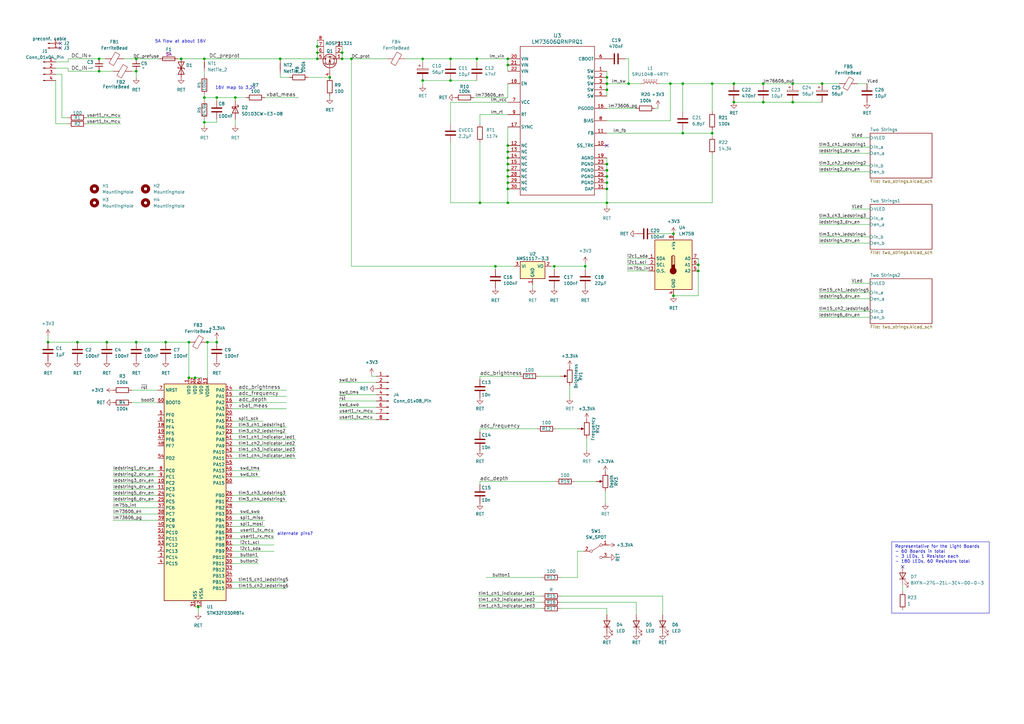
<source format=kicad_sch>
(kicad_sch (version 20230121) (generator eeschema)
  (paper "A3")
  (title_block (title "Waberinator") (date "2018-09-20") (rev "2") (company "Gras7 Labs"))
  (junction (at 83.82 24.13))
  (junction (at 248.92 74.93))
  (junction (at 130.175 19.05))
  (junction (at 280.035 54.61))
  (junction (at 55.88 29.21))
  (junction (at 81.28 248.92))
  (junction (at 77.47 154.94))
  (junction (at 248.92 69.85))
  (junction (at 208.28 72.39))
  (junction (at 208.28 26.67))
  (junction (at 31.75 140.335))
  (junction (at 173.355 24.13))
  (junction (at 208.28 67.31))
  (junction (at 130.175 21.59))
  (junction (at 313.055 41.91))
  (junction (at 300.99 41.91))
  (junction (at 325.12 34.29))
  (junction (at 135.255 31.75))
  (junction (at 286.385 111.125))
  (junction (at 286.385 108.585))
  (junction (at 43.815 140.335))
  (junction (at 19.685 140.335))
  (junction (at 208.28 62.23))
  (junction (at 325.12 41.91))
  (junction (at 292.1 34.29))
  (junction (at 292.1 54.61))
  (junction (at 88.9 140.335))
  (junction (at 196.85 83.185))
  (junction (at 140.335 21.59))
  (junction (at 140.335 24.13))
  (junction (at 337.185 34.29))
  (junction (at 144.145 24.13))
  (junction (at 40.64 29.21))
  (junction (at 67.945 140.335))
  (junction (at 208.28 74.93))
  (junction (at 248.92 72.39))
  (junction (at 40.64 24.13))
  (junction (at 248.92 34.29))
  (junction (at 74.295 24.13))
  (junction (at 77.47 140.335))
  (junction (at 55.88 140.335))
  (junction (at 248.92 31.75))
  (junction (at 208.28 59.69))
  (junction (at 208.28 24.13))
  (junction (at 280.035 34.29))
  (junction (at 85.09 140.335))
  (junction (at 55.88 24.13))
  (junction (at 240.03 109.22))
  (junction (at 208.28 83.185))
  (junction (at 227.33 109.22))
  (junction (at 80.01 154.94))
  (junction (at 257.81 34.29))
  (junction (at 173.355 33.02))
  (junction (at 195.58 24.13))
  (junction (at 248.92 36.83))
  (junction (at 184.785 24.13))
  (junction (at 83.82 40.005))
  (junction (at 248.92 83.185))
  (junction (at 184.785 33.02))
  (junction (at 300.99 34.29))
  (junction (at 208.28 77.47))
  (junction (at 208.28 69.85))
  (junction (at 276.225 95.885))
  (junction (at 274.955 34.29))
  (junction (at 276.225 121.285))
  (junction (at 208.28 64.77))
  (junction (at 96.52 40.005))
  (junction (at 83.82 50.165))
  (junction (at 248.92 77.47))
  (junction (at 130.175 24.13))
  (junction (at 88.9 40.005))
  (junction (at 248.92 67.31))
  (junction (at 313.055 34.29))
  (junction (at 114.935 24.13))
  (junction (at 203.2 109.22))
  (no_connect (at 24.765 17.78))
  (no_connect (at 24.765 19.685))
  (no_connect (at 370.205 232.41))
  (no_connect (at 248.92 59.69))
  (wire (pts (xy 208.28 46.99) (xy 196.85 46.99)))
  (wire (pts (xy 292.1 54.61) (xy 292.1 55.88)))
  (wire (pts (xy 114.935 24.13) (xy 114.935 24.765)))
  (wire (pts (xy 196.215 244.475) (xy 222.25 244.475)))
  (wire (pts (xy 95.25 165.1) (xy 117.475 165.1)))
  (wire (pts (xy 83.82 40.005) (xy 83.82 38.735)))
  (wire (pts (xy 83.82 29.21) (xy 83.82 31.115)))
  (wire (pts (xy 203.2 109.22) (xy 203.2 110.49)))
  (wire (pts (xy 184.785 24.13) (xy 184.785 25.4)))
  (wire (pts (xy 53.975 165.1) (xy 64.77 165.1)))
  (wire (pts (xy 67.945 140.335) (xy 55.88 140.335)))
  (wire (pts (xy 335.915 99.695) (xy 356.87 99.695)))
  (wire (pts (xy 46.355 208.28) (xy 64.77 208.28)))
  (wire (pts (xy 335.915 120.015) (xy 356.87 120.015)))
  (wire (pts (xy 248.285 201.295) (xy 248.285 206.375)))
  (wire (pts (xy 196.85 83.185) (xy 184.785 83.185)))
  (wire (pts (xy 126.365 31.75) (xy 135.255 31.75)))
  (wire (pts (xy 257.175 108.585) (xy 266.065 108.585)))
  (wire (pts (xy 95.25 210.82) (xy 106.68 210.82)))
  (wire (pts (xy 274.955 34.29) (xy 280.035 34.29)))
  (wire (pts (xy 139.065 172.085) (xy 154.305 172.085)))
  (wire (pts (xy 55.88 29.21) (xy 55.88 31.75)))
  (wire (pts (xy 208.28 77.47) (xy 208.28 83.185)))
  (wire (pts (xy 80.01 154.94) (xy 82.55 154.94)))
  (wire (pts (xy 77.47 140.335) (xy 67.945 140.335)))
  (wire (pts (xy 144.145 24.13) (xy 158.75 24.13)))
  (wire (pts (xy 83.82 40.005) (xy 88.9 40.005)))
  (wire (pts (xy 292.1 45.72) (xy 292.1 34.29)))
  (wire (pts (xy 257.81 24.13) (xy 257.81 34.29)))
  (wire (pts (xy 210.82 109.22) (xy 203.2 109.22)))
  (wire (pts (xy 95.25 160.02) (xy 117.475 160.02)))
  (wire (pts (xy 248.92 72.39) (xy 248.92 74.93)))
  (wire (pts (xy 325.12 41.91) (xy 337.185 41.91)))
  (wire (pts (xy 27.94 24.13) (xy 27.94 25.4)))
  (wire (pts (xy 130.175 19.05) (xy 130.175 21.59)))
  (wire (pts (xy 349.25 85.725) (xy 356.87 85.725)))
  (wire (pts (xy 95.25 223.52) (xy 112.395 223.52)))
  (wire (pts (xy 135.255 39.37) (xy 135.255 40.005)))
  (wire (pts (xy 208.28 40.005) (xy 208.28 34.29)))
  (wire (pts (xy 195.58 24.13) (xy 195.58 25.4)))
  (wire (pts (xy 46.355 198.12) (xy 64.77 198.12)))
  (wire (pts (xy 46.355 213.36) (xy 64.77 213.36)))
  (wire (pts (xy 95.25 195.58) (xy 106.68 195.58)))
  (wire (pts (xy 337.185 34.29) (xy 344.17 34.29)))
  (wire (pts (xy 95.25 213.36) (xy 108.585 213.36)))
  (wire (pts (xy 130.175 16.51) (xy 130.175 19.05)))
  (wire (pts (xy 208.28 64.77) (xy 208.28 67.31)))
  (wire (pts (xy 46.355 205.74) (xy 64.77 205.74)))
  (wire (pts (xy 50.8 24.13) (xy 55.88 24.13)))
  (wire (pts (xy 370.205 240.03) (xy 370.205 242.57)))
  (wire (pts (xy 46.355 29.21) (xy 40.64 29.21)))
  (wire (pts (xy 27.94 24.13) (xy 40.64 24.13)))
  (wire (pts (xy 248.92 54.61) (xy 280.035 54.61)))
  (wire (pts (xy 95.25 215.9) (xy 108.585 215.9)))
  (wire (pts (xy 292.1 34.29) (xy 300.99 34.29)))
  (wire (pts (xy 286.385 111.125) (xy 286.385 121.285)))
  (wire (pts (xy 96.52 40.005) (xy 100.965 40.005)))
  (wire (pts (xy 240.03 107.95) (xy 240.03 109.22)))
  (wire (pts (xy 269.875 44.45) (xy 268.605 44.45)))
  (wire (pts (xy 335.915 92.075) (xy 356.87 92.075)))
  (wire (pts (xy 270.51 34.29) (xy 274.955 34.29)))
  (wire (pts (xy 95.25 193.04) (xy 106.68 193.04)))
  (wire (pts (xy 196.85 46.99) (xy 196.85 50.8)))
  (wire (pts (xy 196.85 83.185) (xy 196.85 58.42)))
  (wire (pts (xy 74.295 24.13) (xy 83.82 24.13)))
  (wire (pts (xy 229.87 244.475) (xy 271.78 244.475)))
  (wire (pts (xy 236.855 226.06) (xy 239.395 226.06)))
  (wire (pts (xy 248.92 29.21) (xy 248.92 31.75)))
  (wire (pts (xy 22.86 50.8) (xy 22.86 33.02)))
  (wire (pts (xy 349.25 56.515) (xy 356.87 56.515)))
  (wire (pts (xy 196.85 198.755) (xy 196.85 197.485)))
  (wire (pts (xy 173.355 24.13) (xy 173.355 25.4)))
  (wire (pts (xy 31.75 140.335) (xy 19.685 140.335)))
  (wire (pts (xy 203.2 109.22) (xy 144.145 109.22)))
  (polyline (pts (xy 365.76 222.25) (xy 405.765 222.25)))
  (wire (pts (xy 95.25 180.34) (xy 121.285 180.34)))
  (wire (pts (xy 88.9 139.065) (xy 88.9 140.335)))
  (wire (pts (xy 130.175 21.59) (xy 130.175 24.13)))
  (wire (pts (xy 292.1 83.185) (xy 248.92 83.185)))
  (wire (pts (xy 173.355 33.02) (xy 173.355 34.925)))
  (wire (pts (xy 95.25 231.14) (xy 106.045 231.14)))
  (wire (pts (xy 53.975 29.21) (xy 55.88 29.21)))
  (wire (pts (xy 139.065 156.845) (xy 154.305 156.845)))
  (wire (pts (xy 208.28 29.21) (xy 208.28 26.67)))
  (wire (pts (xy 292.1 63.5) (xy 292.1 83.185)))
  (wire (pts (xy 46.355 193.04) (xy 64.77 193.04)))
  (wire (pts (xy 227.33 109.22) (xy 227.33 110.49)))
  (wire (pts (xy 25.4 30.48) (xy 25.4 48.26)))
  (wire (pts (xy 335.915 62.865) (xy 356.87 62.865)))
  (wire (pts (xy 240.03 110.49) (xy 240.03 109.22)))
  (wire (pts (xy 95.25 226.06) (xy 112.395 226.06)))
  (wire (pts (xy 55.88 140.335) (xy 43.815 140.335)))
  (wire (pts (xy 268.605 95.885) (xy 276.225 95.885)))
  (wire (pts (xy 300.99 41.91) (xy 313.055 41.91)))
  (wire (pts (xy 248.92 69.85) (xy 248.92 72.39)))
  (wire (pts (xy 95.25 167.64) (xy 117.475 167.64)))
  (wire (pts (xy 55.88 24.13) (xy 65.405 24.13)))
  (wire (pts (xy 53.975 160.02) (xy 64.77 160.02)))
  (wire (pts (xy 280.035 34.29) (xy 280.035 45.72)))
  (polyline (pts (xy 405.765 251.46) (xy 405.765 222.25)))
  (wire (pts (xy 88.9 41.275) (xy 88.9 40.005)))
  (wire (pts (xy 248.92 31.75) (xy 248.92 34.29)))
  (wire (pts (xy 271.78 244.475) (xy 271.78 252.095)))
  (wire (pts (xy 335.915 60.325) (xy 356.87 60.325)))
  (wire (pts (xy 229.87 249.555) (xy 248.92 249.555)))
  (wire (pts (xy 257.81 34.29) (xy 262.89 34.29)))
  (wire (pts (xy 286.385 106.045) (xy 286.385 108.585)))
  (wire (pts (xy 27.94 50.8) (xy 22.86 50.8)))
  (wire (pts (xy 227.33 109.22) (xy 240.03 109.22)))
  (wire (pts (xy 256.54 24.13) (xy 257.81 24.13)))
  (wire (pts (xy 95.25 175.26) (xy 117.475 175.26)))
  (wire (pts (xy 248.92 77.47) (xy 248.92 83.185)))
  (wire (pts (xy 196.85 175.895) (xy 220.345 175.895)))
  (wire (pts (xy 46.355 200.66) (xy 64.77 200.66)))
  (wire (pts (xy 95.25 187.96) (xy 121.285 187.96)))
  (wire (pts (xy 286.385 121.285) (xy 276.225 121.285)))
  (wire (pts (xy 25.4 48.26) (xy 27.94 48.26)))
  (wire (pts (xy 235.585 197.485) (xy 244.475 197.485)))
  (wire (pts (xy 95.25 205.74) (xy 117.475 205.74)))
  (wire (pts (xy 335.915 127.635) (xy 356.87 127.635)))
  (wire (pts (xy 95.25 220.98) (xy 112.395 220.98)))
  (wire (pts (xy 140.335 21.59) (xy 140.335 24.13)))
  (wire (pts (xy 248.92 64.77) (xy 248.92 67.31)))
  (wire (pts (xy 43.18 24.13) (xy 40.64 24.13)))
  (wire (pts (xy 85.09 140.335) (xy 88.9 140.335)))
  (wire (pts (xy 195.58 24.13) (xy 208.28 24.13)))
  (wire (pts (xy 208.28 69.85) (xy 208.28 72.39)))
  (wire (pts (xy 194.31 40.005) (xy 208.28 40.005)))
  (wire (pts (xy 95.25 241.3) (xy 117.475 241.3)))
  (wire (pts (xy 88.9 40.005) (xy 96.52 40.005)))
  (wire (pts (xy 226.06 109.22) (xy 227.33 109.22)))
  (wire (pts (xy 77.47 140.335) (xy 77.47 154.94)))
  (wire (pts (xy 83.82 24.13) (xy 114.935 24.13)))
  (wire (pts (xy 236.855 226.06) (xy 236.855 236.855)))
  (wire (pts (xy 85.09 154.94) (xy 85.09 140.335)))
  (wire (pts (xy 325.12 34.29) (xy 337.185 34.29)))
  (wire (pts (xy 173.355 33.02) (xy 184.785 33.02)))
  (wire (pts (xy 196.85 197.485) (xy 227.965 197.485)))
  (wire (pts (xy 140.335 19.05) (xy 140.335 21.59)))
  (wire (pts (xy 248.92 83.185) (xy 248.92 84.455)))
  (wire (pts (xy 260.985 247.015) (xy 260.985 252.095)))
  (wire (pts (xy 95.25 182.88) (xy 121.285 182.88)))
  (wire (pts (xy 152.4 153.67) (xy 152.4 154.305)))
  (wire (pts (xy 95.25 238.76) (xy 117.475 238.76)))
  (wire (pts (xy 139.065 161.925) (xy 154.305 161.925)))
  (wire (pts (xy 184.785 33.02) (xy 195.58 33.02)))
  (wire (pts (xy 220.98 154.305) (xy 229.87 154.305)))
  (wire (pts (xy 88.9 50.165) (xy 88.9 48.895)))
  (wire (pts (xy 335.915 70.485) (xy 356.87 70.485)))
  (wire (pts (xy 208.28 74.93) (xy 208.28 77.47)))
  (wire (pts (xy 233.68 158.115) (xy 233.68 163.195)))
  (wire (pts (xy 184.785 24.13) (xy 195.58 24.13)))
  (wire (pts (xy 208.28 67.31) (xy 208.28 69.85)))
  (wire (pts (xy 286.385 108.585) (xy 286.385 111.125)))
  (wire (pts (xy 229.87 247.015) (xy 260.985 247.015)))
  (wire (pts (xy 35.56 48.26) (xy 49.53 48.26)))
  (wire (pts (xy 349.25 116.205) (xy 356.87 116.205)))
  (wire (pts (xy 248.92 34.29) (xy 248.92 36.83)))
  (wire (pts (xy 280.035 53.34) (xy 280.035 54.61)))
  (wire (pts (xy 300.99 34.29) (xy 313.055 34.29)))
  (wire (pts (xy 335.915 67.945) (xy 356.87 67.945)))
  (wire (pts (xy 77.47 154.94) (xy 80.01 154.94)))
  (wire (pts (xy 22.86 25.4) (xy 27.94 25.4)))
  (wire (pts (xy 248.92 67.31) (xy 248.92 69.85)))
  (wire (pts (xy 95.25 172.72) (xy 107.95 172.72)))
  (wire (pts (xy 144.145 109.22) (xy 144.145 24.13)))
  (wire (pts (xy 248.92 83.185) (xy 208.28 83.185)))
  (wire (pts (xy 208.28 83.185) (xy 196.85 83.185)))
  (wire (pts (xy 240.665 179.705) (xy 240.665 184.785)))
  (wire (pts (xy 313.055 34.29) (xy 325.12 34.29)))
  (wire (pts (xy 114.935 31.75) (xy 114.935 29.845)))
  (wire (pts (xy 108.585 40.005) (xy 122.555 40.005)))
  (wire (pts (xy 46.355 210.82) (xy 64.77 210.82)))
  (wire (pts (xy 80.01 248.92) (xy 81.28 248.92)))
  (wire (pts (xy 118.745 31.75) (xy 114.935 31.75)))
  (wire (pts (xy 196.215 247.015) (xy 222.25 247.015)))
  (wire (pts (xy 27.94 27.94) (xy 27.94 29.21)))
  (wire (pts (xy 73.025 24.13) (xy 74.295 24.13)))
  (wire (pts (xy 274.955 49.53) (xy 274.955 34.29)))
  (wire (pts (xy 43.815 140.335) (xy 31.75 140.335)))
  (wire (pts (xy 208.28 26.67) (xy 208.28 24.13)))
  (wire (pts (xy 152.4 154.305) (xy 154.305 154.305)))
  (wire (pts (xy 35.56 50.8) (xy 49.53 50.8)))
  (wire (pts (xy 95.25 162.56) (xy 117.475 162.56)))
  (wire (pts (xy 196.85 177.165) (xy 196.85 175.895)))
  (wire (pts (xy 248.92 249.555) (xy 248.92 252.095)))
  (wire (pts (xy 248.92 36.83) (xy 248.92 39.37)))
  (wire (pts (xy 335.915 122.555) (xy 356.87 122.555)))
  (wire (pts (xy 83.82 51.435) (xy 83.82 50.165)))
  (wire (pts (xy 139.065 167.005) (xy 154.305 167.005)))
  (wire (pts (xy 184.785 41.91) (xy 184.785 50.8)))
  (wire (pts (xy 139.065 164.465) (xy 154.305 164.465)))
  (wire (pts (xy 351.79 34.29) (xy 355.6 34.29)))
  (wire (pts (xy 218.44 118.11) (xy 218.44 116.84)))
  (wire (pts (xy 227.965 175.895) (xy 236.855 175.895)))
  (wire (pts (xy 208.28 41.91) (xy 184.785 41.91)))
  (wire (pts (xy 208.28 62.23) (xy 208.28 64.77)))
  (wire (pts (xy 269.875 43.815) (xy 269.875 44.45)))
  (wire (pts (xy 83.82 50.165) (xy 83.82 48.895)))
  (wire (pts (xy 46.355 195.58) (xy 64.77 195.58)))
  (wire (pts (xy 208.28 52.07) (xy 208.28 59.69)))
  (wire (pts (xy 196.85 154.305) (xy 213.36 154.305)))
  (wire (pts (xy 292.1 34.29) (xy 280.035 34.29)))
  (wire (pts (xy 83.82 50.165) (xy 88.9 50.165)))
  (wire (pts (xy 196.85 155.575) (xy 196.85 154.305)))
  (wire (pts (xy 236.855 236.855) (xy 229.87 236.855)))
  (wire (pts (xy 173.355 24.13) (xy 184.785 24.13)))
  (wire (pts (xy 96.52 40.005) (xy 96.52 41.275)))
  (wire (pts (xy 208.28 72.39) (xy 208.28 74.93)))
  (wire (pts (xy 313.055 41.91) (xy 325.12 41.91)))
  (wire (pts (xy 335.915 130.175) (xy 356.87 130.175)))
  (wire (pts (xy 95.25 203.2) (xy 117.475 203.2)))
  (wire (pts (xy 222.25 236.855) (xy 199.39 236.855)))
  (wire (pts (xy 22.86 27.94) (xy 27.94 27.94)))
  (wire (pts (xy 292.1 54.61) (xy 292.1 53.34)))
  (wire (pts (xy 335.915 97.155) (xy 356.87 97.155)))
  (wire (pts (xy 257.175 111.125) (xy 266.065 111.125)))
  (wire (pts (xy 19.685 137.795) (xy 19.685 140.335)))
  (wire (pts (xy 95.25 228.6) (xy 106.045 228.6)))
  (wire (pts (xy 140.335 24.13) (xy 144.145 24.13)))
  (wire (pts (xy 46.355 203.2) (xy 64.77 203.2)))
  (wire (pts (xy 95.25 185.42) (xy 121.285 185.42)))
  (wire (pts (xy 280.035 54.61) (xy 292.1 54.61)))
  (wire (pts (xy 95.25 218.44) (xy 112.395 218.44)))
  (wire (pts (xy 248.92 34.29) (xy 257.81 34.29)))
  (wire (pts (xy 166.37 24.13) (xy 173.355 24.13)))
  (wire (pts (xy 196.215 249.555) (xy 222.25 249.555)))
  (wire (pts (xy 248.92 74.93) (xy 248.92 77.47)))
  (polyline (pts (xy 365.76 222.25) (xy 365.76 251.46)))
  (wire (pts (xy 139.065 169.545) (xy 154.305 169.545)))
  (wire (pts (xy 114.935 24.13) (xy 130.175 24.13)))
  (wire (pts (xy 184.785 83.185) (xy 184.785 58.42)))
  (wire (pts (xy 208.28 59.69) (xy 208.28 62.23)))
  (wire (pts (xy 22.86 30.48) (xy 25.4 30.48)))
  (wire (pts (xy 27.94 29.21) (xy 40.64 29.21)))
  (wire (pts (xy 257.175 106.045) (xy 266.065 106.045)))
  (polyline (pts (xy 365.76 251.46) (xy 405.765 251.46)))
  (wire (pts (xy 248.92 49.53) (xy 274.955 49.53)))
  (wire (pts (xy 81.28 248.92) (xy 82.55 248.92)))
  (wire (pts (xy 81.28 248.92) (xy 81.28 251.46)))
  (wire (pts (xy 248.92 44.45) (xy 260.985 44.45)))
  (wire (pts (xy 83.82 41.275) (xy 83.82 40.005)))
  (wire (pts (xy 335.915 89.535) (xy 356.87 89.535)))
  (wire (pts (xy 95.25 177.8) (xy 117.475 177.8)))
  (wire (pts (xy 96.52 48.895) (xy 96.52 51.435)))
  (text "5A flow at about 16V" (at 63.5 17.78 0) (effects (font (size 1.27 1.27)) (justify left bottom)))
  (text "Representative for the Light Boards\n- 60 Boards in total\n- 3 LEDs, 1 Resistor each\n- 180 LEDs, 60 Resistors total" (at 367.03 231.14 0) (effects (font (size 1.27 1.27)) (justify left bottom)))
  (text "16V map to 3,2V" (at 88.265 36.83 0) (effects (font (size 1.27 1.27)) (justify left bottom)))
  (text "alternate pins?" (at 113.665 219.71 0) (effects (font (size 1.27 1.27)) (justify left bottom)))
  (label "tim15_ch2_ledstring6" (at 97.79 241.3 0))
  (label "swd_swo" (at 98.425 210.82 0))
  (label "ledstring3_drv_en" (at 335.915 92.075 0))
  (label "tim1_ch3_indicator_led3" (at 196.215 249.555 0))
  (label "usart1_rx_mcu" (at 98.425 220.98 0))
  (label "tim1_ch1_indicator_led1" (at 196.215 244.475 0))
  (label "lm75b_int" (at 257.175 111.125 0))
  (label "usart1_tx_mcu" (at 98.425 218.44 0))
  (label "tim1_ch2_indicator_led2" (at 196.215 247.015 0))
  (label "ledstring2_drv_en" (at 46.355 195.58 0))
  (label "tim1_ch4_indicator_led4" (at 97.79 187.96 0))
  (label "lm_vin" (at 200.66 24.13 0))
  (label "adc_brightness" (at 97.79 160.02 0) (effects (font (size 1.524 1.524))))
  (label "vbat_meas" (at 109.22 40.005 0) (effects (font (size 1.524 1.524))))
  (label "lm_rt" (at 201.295 46.99 0))
  (label "lm76606_out" (at 313.055 34.29 0))
  (label "i2c1_scl" (at 98.425 223.52 0))
  (label "DC_IN+" (at 29.21 24.13 0) (effects (font (size 1.524 1.524))))
  (label "tim3_ch2_ledstring2" (at 97.79 177.8 0))
  (label "ledstring5_drv_en" (at 335.915 122.555 0))
  (label "usart1_tx_mcu" (at 139.065 172.085 0))
  (label "DC_prot" (at 144.145 24.13 0))
  (label "swd_tms" (at 139.065 161.925 0))
  (label "usart1_rx_mcu" (at 139.065 169.545 0))
  (label "swd_swo" (at 139.065 167.005 0))
  (label "ledstring1_drv_en" (at 335.915 62.865 0))
  (label "boot0" (at 57.785 165.1 0))
  (label "adc_depth" (at 97.79 165.1 0) (effects (font (size 1.524 1.524))))
  (label "lm_sw" (at 250.825 34.29 0))
  (label "lm73606_pg" (at 46.355 213.36 0))
  (label "tim3_ch1_ledstring1" (at 97.79 175.26 0))
  (label "DC_preprot" (at 85.725 24.13 0) (effects (font (size 1.524 1.524))))
  (label "adc_frequency" (at 196.85 175.895 0) (effects (font (size 1.524 1.524))))
  (label "VLed" (at 349.25 116.205 0))
  (label "lm75b_int" (at 46.355 208.28 0))
  (label "DC_prefuse" (at 54.61 24.13 0))
  (label "ledstring4_drv_en" (at 335.915 99.695 0))
  (label "tim3_ch3_ledstring3" (at 335.915 89.535 0))
  (label "lm73606_en" (at 194.945 40.005 0))
  (label "i2c1_sda" (at 98.425 226.06 0))
  (label "swd_tck" (at 98.425 195.58 0))
  (label "lm_vcc" (at 201.295 41.91 0))
  (label "tim1_ch1_indicator_led1" (at 97.79 180.34 0))
  (label "button1" (at 98.425 228.6 0))
  (label "~{rst}" (at 57.785 160.02 0))
  (label "i2c1_sda" (at 257.175 106.045 0))
  (label "lm73606_en" (at 46.355 210.82 0))
  (label "ledstring3_drv_en" (at 46.355 198.12 0))
  (label "tim15_ch1_ledstring5" (at 335.915 120.015 0))
  (label "adc_frequency" (at 97.79 162.56 0) (effects (font (size 1.524 1.524))))
  (label "ledstring2_drv_en" (at 335.915 70.485 0))
  (label "swd_tck" (at 139.065 156.845 0))
  (label "tim3_ch2_ledstring2" (at 335.915 67.945 0))
  (label "adc_brightness" (at 196.85 154.305 0) (effects (font (size 1.524 1.524))))
  (label "tim3_ch4_ledstring4" (at 335.915 97.155 0))
  (label "button1" (at 201.93 236.855 0))
  (label "adc_depth" (at 196.85 197.485 0) (effects (font (size 1.524 1.524))))
  (label "lm_fb" (at 251.46 54.61 0))
  (label "ledstring6_drv_en" (at 46.355 205.74 0))
  (label "spi1_miso" (at 98.425 213.36 0))
  (label "VLed" (at 355.6 34.29 0))
  (label "swd_tms" (at 98.425 193.04 0))
  (label "ledstring1_drv_en" (at 46.355 193.04 0))
  (label "tim15_ch2_ledstring6" (at 335.915 127.635 0))
  (label "i2c1_scl" (at 257.175 108.585 0))
  (label "tim3_ch3_ledstring3" (at 97.79 203.2 0))
  (label "VLed" (at 349.25 85.725 0))
  (label "tim1_ch3_indicator_led3" (at 97.79 185.42 0))
  (label "ledstring6_drv_en" (at 335.915 130.175 0))
  (label "tim1_ch2_indicator_led2" (at 97.79 182.88 0))
  (label "spi1_mosi" (at 98.425 215.9 0))
  (label "ledstring5_drv_en" (at 46.355 203.2 0))
  (label "tim3_ch4_ledstring4" (at 97.79 205.74 0))
  (label "lm73606_pg" (at 249.555 44.45 0))
  (label "usart1_rx_mcu" (at 35.56 48.26 0))
  (label "VLed" (at 349.25 56.515 0))
  (label "button2" (at 98.425 231.14 0))
  (label "~{rst}" (at 139.065 164.465 0))
  (label "tim15_ch1_ledstring5" (at 97.79 238.76 0))
  (label "usart1_tx_mcu" (at 35.56 50.8 0))
  (label "tim3_ch1_ledstring1" (at 335.915 60.325 0))
  (label "DC_IN-" (at 29.21 29.21 0) (effects (font (size 1.524 1.524))))
  (label "ledstring4_drv_en" (at 46.355 200.66 0))
  (label "spi1_sck" (at 97.79 172.72 0))
  (label "vbat_meas" (at 97.79 167.64 0) (effects (font (size 1.524 1.524))))
  (symbol (lib_id "Waberinator_rev1-rescue:POT") (at 240.665 175.895 0) (mirror y) (unit 1)
    (property "Reference" "RV2" (at 245.11 175.895 90))
    (property "Value" "Frequency" (at 243.205 175.895 90))
    (property "Footprint" "g7_hmi:poti_3310C-025-103L" (effects hide))
    (property "Datasheet" "https://www.bourns.com/docs/Product-Datasheets/3310.pdf" (effects hide))
    (property "Digikey" "118-3310C-025-103L-ND" (effects hide))
  )
  (symbol (lib_id "Waberinator_rev1-rescue:POT") (at 248.285 197.485 0) (mirror y) (unit 1)
    (property "Reference" "RV3" (at 252.73 197.485 90))
    (property "Value" "Depth" (at 250.825 197.485 90))
    (property "Footprint" "g7_hmi:poti_3310C-025-103L" (effects hide))
    (property "Datasheet" "https://www.bourns.com/docs/Product-Datasheets/3310.pdf" (effects hide))
    (property "Digikey" "118-3310C-025-103L-ND" (effects hide))
  )
  (symbol (lib_id "Waberinator_rev1-rescue:C") (at 196.85 202.565 0) (unit 1)
    (property "Reference" "C15" (at 197.485 200.025 0) (effects (justify left)))
    (property "Value" "10n" (at 197.485 205.105 0) (effects (justify left)))
    (property "Footprint" "Capacitor_SMD:C_0603_1608Metric_Pad1.08x0.95mm_HandSolder" (effects hide))
  )
  (symbol (lib_id "Waberinator_rev1-rescue:C") (at 196.85 180.975 0) (unit 1)
    (property "Reference" "C14" (at 197.485 178.435 0) (effects (justify left)))
    (property "Value" "10n" (at 197.485 183.515 0) (effects (justify left)))
    (property "Footprint" "Capacitor_SMD:C_0603_1608Metric_Pad1.08x0.95mm_HandSolder" (effects hide))
  )
  (symbol (lib_id "Device:C") (at 280.035 49.53 0) (unit 1)
    (property "Reference" "C21" (at 283.845 48.26 0) (effects (justify left)))
    (property "Value" "6.8pF" (at 283.845 50.8 0) (effects (justify left)))
    (property "Footprint" "Capacitor_SMD:C_0603_1608Metric_Pad1.08x0.95mm_HandSolder" (effects hide))
  )
  (symbol (lib_id "Device:C_Small") (at 40.64 26.67 0) (mirror x) (unit 1)
    (property "Reference" "C3" (at 38.3286 25.5016 0) (effects (justify right)))
    (property "Value" "~" (at 38.3286 27.813 0) (effects (justify right)))
    (property "Footprint" "Capacitor_SMD:C_0603_1608Metric_Pad1.08x0.95mm_HandSolder" (effects hide))
    (property "SPN" "732-7672-1-ND " (effects hide))
  )
  (symbol (lib_id "g7_power_symbols:RET") (at 173.355 34.925 0) (unit 1)
    (property "Reference" "#PWR019" (effects hide))
    (property "Value" "RET" (at 173.355 39.37 0))
  )
  (symbol (lib_id "g7_power_symbols:RET") (at 55.88 147.955 0) (unit 1)
    (property "Reference" "#PWR08" (effects hide))
    (property "Value" "RET" (at 55.88 153.035 0))
  )
  (symbol (lib_id "Connector:Conn_01x01_Pin") (at 19.685 17.78 0) (unit 1) (on_board no)
    (property "Reference" "J2" (at 27.305 17.78 0))
    (property "Value" "preconf. cable" (at 20.32 15.875 0))
    (property "Datasheet" "https://mm.digikey.com/Volume0/opasdata/d220001/medias/common/5381/JST.Suffix.Prefix.chart.06.01.23.docx" (effects hide))
    (property "Digikey" "455-3241-ND" (effects hide))
  )
  (symbol (lib_id "Device:C") (at 88.9 144.145 0) (unit 1)
    (property "Reference" "C9" (at 92.075 143.51 0) (effects (justify left)))
    (property "Value" "100nF" (at 92.075 146.05 0) (effects (justify left)))
    (property "Footprint" "Capacitor_SMD:C_0603_1608Metric_Pad1.08x0.95mm_HandSolder" (effects hide))
  )
  (symbol (lib_id "Device:D_Schottky") (at 96.52 45.085 270) (unit 1)
    (property "Reference" "D2" (at 99.06 44.1325 90) (effects (justify left)))
    (property "Value" "SD103CW-E3-08" (at 99.06 46.6725 90) (effects (justify left)))
    (property "Footprint" "Diode_SMD:D_SOD-123" (effects hide))
    (property "MPN" "SD103CW-E3-08" (effects hide))
  )
  (symbol (lib_id "g7_power_symbols:RET") (at 67.945 147.955 0) (unit 1)
    (property "Reference" "#PWR09" (effects hide))
    (property "Value" "RET" (at 67.945 153.035 0))
  )
  (symbol (lib_id "Waberinator_rev1-rescue:C") (at 88.9 45.085 0) (unit 1)
    (property "Reference" "C8" (at 89.535 42.545 0) (effects (justify left)))
    (property "Value" "100nF" (at 89.535 47.625 0) (effects (justify left)))
    (property "Footprint" "Capacitor_SMD:C_0603_1608Metric_Pad1.08x0.95mm_HandSolder" (effects hide))
  )
  (symbol (lib_id "g7_power_symbols:RET") (at 300.99 41.91 0) (unit 1)
    (property "Reference" "#PWR048" (effects hide))
    (property "Value" "RET" (at 300.99 46.355 0))
  )
  (symbol (lib_id "Device:C_Polarized") (at 337.185 38.1 0) (unit 1)
    (property "Reference" "C25" (at 340.995 35.941 0) (effects (justify left)))
    (property "Value" "56µF" (at 340.995 38.481 0) (effects (justify left)))
    (property "Footprint" "Capacitor_SMD:C_Elec_5x5.8" (effects hide))
    (property "Datasheet" "https://industrial.panasonic.com/ww/products/pt/os-con/models/20SVPF56MX" (effects hide))
    (property "Digikey" "P16502CT-ND" (effects hide))
  )
  (symbol (lib_id "g7_power_symbols:RET") (at 260.985 95.885 270) (unit 1)
    (property "Reference" "#PWR042" (effects hide))
    (property "Value" "RET" (at 257.81 95.885 90) (effects (justify right)))
  )
  (symbol (lib_id "Device:R") (at 292.1 59.69 0) (unit 1)
    (property "Reference" "R22" (at 294.64 58.42 0) (effects (justify left)))
    (property "Value" "14.3k" (at 294.64 60.96 0) (effects (justify left)))
    (property "Footprint" "Resistor_SMD:R_0603_1608Metric_Pad0.98x0.95mm_HandSolder" (effects hide))
  )
  (symbol (lib_id "g7_power_symbols:RET") (at 19.685 147.955 0) (unit 1)
    (property "Reference" "#PWR02" (effects hide))
    (property "Value" "RET" (at 19.685 153.035 0))
  )
  (symbol (lib_id "g7_power_symbols:RET") (at 271.78 259.715 0) (unit 1)
    (property "Reference" "#PWR045" (effects hide))
    (property "Value" "RET" (at 271.78 263.525 0))
  )
  (symbol (lib_id "Mechanical:MountingHole") (at 59.69 83.185 0) (unit 1)
    (property "Reference" "H4" (at 62.865 81.915 0) (effects (justify left)))
    (property "Value" "MountingHole" (at 62.865 84.455 0) (effects (justify left)))
    (property "Footprint" "MountingHole:MountingHole_3.2mm_M3_DIN965" (effects hide))
  )
  (symbol (lib_id "power:+3.3VA") (at 240.665 172.085 0) (unit 1)
    (property "Reference" "#PWR032" (effects hide))
    (property "Value" "+3.3VA" (at 240.665 167.64 0))
  )
  (symbol (lib_id "Device:R") (at 224.155 175.895 90) (unit 1)
    (property "Reference" "R12" (at 224.155 175.895 90))
    (property "Value" "100" (at 224.155 173.355 90))
    (property "Footprint" "Resistor_SMD:R_0603_1608Metric_Pad0.98x0.95mm_HandSolder" (effects hide))
  )
  (symbol (lib_id "power:+3V3") (at 46.355 160.02 90) (unit 1)
    (property "Reference" "#PWR05" (effects hide))
    (property "Value" "+3V3" (at 42.545 160.02 90) (effects (justify left)))
  )
  (symbol (lib_id "Device:R") (at 226.06 236.855 90) (unit 1)
    (property "Reference" "R13" (at 226.06 236.855 90))
    (property "Value" "100" (at 226.06 234.315 90))
    (property "Footprint" "Resistor_SMD:R_0603_1608Metric_Pad0.98x0.95mm_HandSolder" (effects hide))
  )
  (symbol (lib_id "Waberinator_rev1-rescue:R") (at 83.82 34.925 180) (unit 1)
    (property "Reference" "R5" (at 81.788 34.925 90))
    (property "Value" "100k" (at 83.82 34.925 90))
    (property "Footprint" "Resistor_SMD:R_0603_1608Metric_Pad0.98x0.95mm_HandSolder" (effects hide))
  )
  (symbol (lib_id "Device:R") (at 264.795 44.45 90) (unit 1)
    (property "Reference" "R20" (at 264.795 38.735 90))
    (property "Value" "100k" (at 264.795 41.275 90))
    (property "Footprint" "Resistor_SMD:R_0603_1608Metric_Pad0.98x0.95mm_HandSolder" (effects hide))
  )
  (symbol (lib_id "Device:C") (at 227.33 114.3 0) (unit 1)
    (property "Reference" "C17" (at 231.14 113.665 0) (effects (justify left)))
    (property "Value" "100nF" (at 231.14 116.205 0) (effects (justify left)))
    (property "Footprint" "Capacitor_SMD:C_0603_1608Metric_Pad1.08x0.95mm_HandSolder" (effects hide))
  )
  (symbol (lib_id "g7_power_symbols:RET") (at 43.815 147.955 0) (unit 1)
    (property "Reference" "#PWR04" (effects hide))
    (property "Value" "RET" (at 43.815 153.035 0))
  )
  (symbol (lib_id "Device:LED") (at 260.985 255.905 90) (unit 1)
    (property "Reference" "D5" (at 264.795 256.2225 90) (effects (justify right)))
    (property "Value" "LED" (at 264.795 258.7625 90) (effects (justify right)))
    (property "Footprint" "LED_THT:LED_D3.0mm_Horizontal_O1.27mm_Z2.0mm" (effects hide))
  )
  (symbol (lib_id "Device:FerriteBead") (at 81.28 140.335 90) (unit 1)
    (property "Reference" "FB3" (at 81.2292 133.35 90))
    (property "Value" "FerriteBead" (at 81.2292 135.89 90))
    (property "Footprint" "Capacitor_SMD:C_1210_3225Metric_Pad1.33x2.70mm_HandSolder" (effects hide))
  )
  (symbol (lib_id "Device:C") (at 43.815 144.145 0) (unit 1)
    (property "Reference" "C4" (at 46.99 143.51 0) (effects (justify left)))
    (property "Value" "100nF" (at 46.99 146.05 0) (effects (justify left)))
    (property "Footprint" "Capacitor_SMD:C_0603_1608Metric_Pad1.08x0.95mm_HandSolder" (effects hide))
  )
  (symbol (lib_id "g7_power_symbols:RET") (at 260.985 259.715 0) (unit 1)
    (property "Reference" "#PWR043" (effects hide))
    (property "Value" "RET" (at 260.985 263.525 0))
  )
  (symbol (lib_id "Device:C") (at 19.685 144.145 0) (unit 1)
    (property "Reference" "C1" (at 22.86 142.875 0) (effects (justify left)))
    (property "Value" "1µF" (at 22.86 145.415 0) (effects (justify left)))
    (property "Footprint" "Capacitor_SMD:C_0603_1608Metric_Pad1.08x0.95mm_HandSolder" (effects hide))
  )
  (symbol (lib_id "Waberinator_rev1-rescue:R") (at 83.82 45.085 180) (unit 1)
    (property "Reference" "R6" (at 81.788 45.085 90))
    (property "Value" "24,9k" (at 83.82 45.085 90))
    (property "Footprint" "Resistor_SMD:R_0603_1608Metric_Pad0.98x0.95mm_HandSolder" (effects hide))
  )
  (symbol (lib_id "g7_power_symbols:RET") (at 196.85 163.195 0) (unit 1)
    (property "Reference" "#PWR021" (effects hide))
    (property "Value" "RET" (at 196.85 167.64 0))
  )
  (symbol (lib_id "Mechanical:MountingHole") (at 38.735 83.185 0) (unit 1)
    (property "Reference" "H3" (at 41.91 81.915 0) (effects (justify left)))
    (property "Value" "MountingHole" (at 41.91 84.455 0) (effects (justify left)))
    (property "Footprint" "MountingHole:MountingHole_3.2mm_M3_DIN965" (effects hide))
  )
  (symbol (lib_id "Device:C") (at 184.785 29.21 0) (unit 1)
    (property "Reference" "C11" (at 187.96 27.94 0) (effects (justify left)))
    (property "Value" "10µF" (at 187.96 30.48 0) (effects (justify left)))
    (property "Footprint" "Capacitor_SMD:C_1210_3225Metric_Pad1.33x2.70mm_HandSolder" (effects hide))
  )
  (symbol (lib_id "Device:C") (at 355.6 38.1 0) (unit 1)
    (property "Reference" "C26" (at 358.775 36.83 0) (effects (justify left)))
    (property "Value" "10µF" (at 358.775 39.37 0) (effects (justify left)))
    (property "Footprint" "Capacitor_SMD:C_1210_3225Metric_Pad1.33x2.70mm_HandSolder" (effects hide))
  )
  (symbol (lib_id "Device:R") (at 196.85 54.61 180) (unit 1)
    (property "Reference" "RT1" (at 199.39 53.34 0) (effects (justify right)))
    (property "Value" "117k" (at 199.39 55.88 0) (effects (justify right)))
    (property "Footprint" "Resistor_SMD:R_0603_1608Metric_Pad0.98x0.95mm_HandSolder" (effects hide))
  )
  (symbol (lib_id "g7_power_symbols:RET") (at 135.255 40.005 0) (unit 1)
    (property "Reference" "#PWR016" (effects hide))
    (property "Value" "RET" (at 135.255 45.085 0))
  )
  (symbol (lib_id "Device:C") (at 313.055 38.1 0) (unit 1)
    (property "Reference" "C23" (at 316.23 36.83 0) (effects (justify left)))
    (property "Value" "10µF" (at 316.23 39.37 0) (effects (justify left)))
    (property "Footprint" "Capacitor_SMD:C_1210_3225Metric_Pad1.33x2.70mm_HandSolder" (effects hide))
  )
  (symbol (lib_id "Device:C_Small") (at 55.88 26.67 0) (unit 1)
    (property "Reference" "C5" (at 57.785 26.035 0) (effects (justify left)))
    (property "Value" "~" (at 58.2168 27.813 0) (effects (justify left)))
    (property "Footprint" "Capacitor_SMD:C_0603_1608Metric_Pad1.08x0.95mm_HandSolder" (effects hide))
    (property "digikey" "732-7672-1-ND " (effects hide))
  )
  (symbol (lib_id "g7_power_symbols:RET") (at 83.82 51.435 0) (unit 1)
    (property "Reference" "#PWR012" (effects hide))
    (property "Value" "RET" (at 83.82 56.515 0))
  )
  (symbol (lib_id "Device:R") (at 122.555 31.75 90) (unit 1)
    (property "Reference" "R8" (at 121.92 29.845 0) (effects (justify left)))
    (property "Value" "100k" (at 124.46 29.845 0) (effects (justify left)))
    (property "Footprint" "Resistor_SMD:R_0603_1608Metric_Pad0.98x0.95mm_HandSolder" (effects hide))
  )
  (symbol (lib_id "MCU_ST_STM32F0:STM32F030R8Tx") (at 80.01 203.2 0) (unit 1)
    (property "Reference" "U1" (at 84.7441 248.92 0) (effects (justify left)))
    (property "Value" "STM32F030R8Tx" (at 84.7441 251.46 0) (effects (justify left)))
    (property "Footprint" "Package_QFP:LQFP-64_10x10mm_P0.5mm" (effects hide))
    (property "Datasheet" "https://www.st.com/resource/en/datasheet/stm32f030r8.pdf" (effects hide))
  )
  (symbol (lib_id "g7_power_symbols:RET") (at 248.92 84.455 0) (unit 1)
    (property "Reference" "#PWR036" (effects hide))
    (property "Value" "RET" (at 248.92 89.535 0))
  )
  (symbol (lib_id "g7_power_symbols:RET") (at 218.44 118.11 0) (unit 1)
    (property "Reference" "#PWR025" (effects hide))
    (property "Value" "RET" (at 218.44 123.19 0))
  )
  (symbol (lib_id "Device:R") (at 231.775 197.485 90) (unit 1)
    (property "Reference" "R19" (at 231.775 197.485 90))
    (property "Value" "100" (at 231.775 194.945 90))
    (property "Footprint" "Resistor_SMD:R_0603_1608Metric_Pad0.98x0.95mm_HandSolder" (effects hide))
  )
  (symbol (lib_id "power:+3V3") (at 152.4 153.67 0) (unit 1)
    (property "Reference" "#PWR017" (effects hide))
    (property "Value" "+3V3" (at 152.4 148.59 0))
  )
  (symbol (lib_id "Device:R") (at 226.06 249.555 90) (unit 1)
    (property "Reference" "R17" (at 226.06 249.555 90))
    (property "Value" "R" (effects hide))
    (property "Footprint" "Resistor_SMD:R_0603_1608Metric_Pad0.98x0.95mm_HandSolder" (effects hide))
  )
  (symbol (lib_id "Switch:SW_SPDT") (at 244.475 226.06 0) (unit 1)
    (property "Reference" "SW1" (at 244.475 217.805 0))
    (property "Value" "SW_SPDT" (at 244.475 220.345 0))
    (property "Footprint" "g7_hmi:switch_800usp8p1a1m6re" (effects hide))
    (property "Datasheet" "https://spec_sheets.e-switch.com/specs/T850001.pdf" (effects hide))
    (property "Digikey" "EG5342-ND" (effects hide))
  )
  (symbol (lib_id "Waberinator_rev1-rescue:C") (at 264.795 95.885 270) (unit 1)
    (property "Reference" "C20" (at 266.7 94.615 90) (effects (justify left)))
    (property "Value" "100nF" (at 266.7 97.155 90) (effects (justify left)))
    (property "Footprint" "Capacitor_SMD:C_0603_1608Metric_Pad1.08x0.95mm_HandSolder" (effects hide))
  )
  (symbol (lib_id "Waberinator_rev1-rescue:POT") (at 233.68 154.305 0) (mirror y) (unit 1)
    (property "Reference" "RV1" (at 238.125 154.305 90))
    (property "Value" "Brightness" (at 236.22 154.305 90))
    (property "Footprint" "g7_hmi:poti_3310C-025-103L" (effects hide))
    (property "Datasheet" "https://www.bourns.com/docs/Product-Datasheets/3310.pdf" (effects hide))
    (property "Digikey" "118-3310C-025-103L-ND" (effects hide))
  )
  (symbol (lib_id "Device:C_Polarized") (at 173.355 29.21 0) (unit 1)
    (property "Reference" "C10" (at 177.165 27.051 0) (effects (justify left)))
    (property "Value" "56µF" (at 177.165 29.591 0) (effects (justify left)))
    (property "Footprint" "Capacitor_SMD:C_Elec_5x5.8" (effects hide))
    (property "Datasheet" "https://industrial.panasonic.com/ww/products/pt/os-con/models/20SVPF56MX" (effects hide))
    (property "Digikey" "P16502CT-ND" (effects hide))
  )
  (symbol (lib_id "Waberinator_rev1-rescue:C") (at 196.85 159.385 0) (unit 1)
    (property "Reference" "C13" (at 197.485 156.845 0) (effects (justify left)))
    (property "Value" "10n" (at 197.485 161.925 0) (effects (justify left)))
    (property "Footprint" "Capacitor_SMD:C_0603_1608Metric_Pad1.08x0.95mm_HandSolder" (effects hide))
  )
  (symbol (lib_id "g7_power_symbols:RET") (at 88.9 147.955 0) (unit 1)
    (property "Reference" "#PWR014" (effects hide))
    (property "Value" "RET" (at 88.9 153.035 0))
  )
  (symbol (lib_id "g7_power_symbols:RET") (at 248.92 259.715 0) (unit 1)
    (property "Reference" "#PWR037" (effects hide))
    (property "Value" "RET" (at 248.92 263.525 0))
  )
  (symbol (lib_id "g7_power_symbols:RET") (at 74.295 31.75 0) (unit 1)
    (property "Reference" "#PWR010" (effects hide))
    (property "Value" "RET" (at 74.295 36.83 0))
  )
  (symbol (lib_id "Device:C") (at 55.88 144.145 0) (unit 1)
    (property "Reference" "C6" (at 59.055 143.51 0) (effects (justify left)))
    (property "Value" "100nF" (at 59.055 146.05 0) (effects (justify left)))
    (property "Footprint" "Capacitor_SMD:C_0603_1608Metric_Pad1.08x0.95mm_HandSolder" (effects hide))
  )
  (symbol (lib_id "power:+3.3VA") (at 233.68 150.495 0) (unit 1)
    (property "Reference" "#PWR027" (effects hide))
    (property "Value" "+3.3VA" (at 233.68 146.05 0))
  )
  (symbol (lib_id "g7_power_symbols:RET") (at 248.285 206.375 0) (unit 1)
    (property "Reference" "#PWR035" (effects hide))
    (property "Value" "RET" (at 248.285 210.82 0))
  )
  (symbol (lib_id "power:+3V3") (at 240.03 107.95 0) (unit 1)
    (property "Reference" "#PWR030" (effects hide))
    (property "Value" "+3V3" (at 240.03 102.87 0))
  )
  (symbol (lib_id "Device:R") (at 370.205 246.38 0) (unit 1) (on_board no)
    (property "Reference" "R23" (at 372.11 245.11 0) (effects (justify left)))
    (property "Value" "1" (at 372.11 247.65 0) (effects (justify left)))
    (property "Footprint" "Resistor_SMD:R_0603_1608Metric_Pad0.98x0.95mm_HandSolder" (effects hide))
    (property "Datasheet" "https://www.seielect.com/catalog/sei-rmcf_rmcp.pdf" (effects hide))
    (property "Digikey" "RMCF1210JT1R00TR-ND" (effects hide))
  )
  (symbol (lib_id "2023-12-28_21-15-04:LM73606QRNPRQ1") (at 228.6 49.53 0) (unit 1)
    (property "Reference" "U3" (at 228.6 14.605 0) (effects (font (size 1.524 1.524))))
    (property "Value" "LM73606QRNPRQ1" (at 228.6 17.145 0) (effects (font (size 1.524 1.524))))
    (property "Footprint" "g7_ic:30-WFQFN-RNP0030A" (effects hide))
    (property "Datasheet" "https://www.ti.com/general/docs/suppproductinfo.tsp?distId=10&gotoUrl=https%3A%2F%2Fwww.ti.com%2Flit%2Fgpn%2Flm73605-q1" (effects hide))
    (property "Digikey" "296-49519-1-ND" (effects hide))
  )
  (symbol (lib_id "Device:NetTie_2") (at 83.82 26.67 90) (unit 1) (in_bom no)
    (property "Reference" "NT1" (at 85.09 26.035 90) (effects (justify right)))
    (property "Value" "NetTie_2" (at 85.09 28.575 90) (effects (justify right)))
    (property "Footprint" "NetTie:NetTie-2_SMD_Pad0.5mm" (effects hide))
  )
  (symbol (lib_id "Device:R") (at 226.06 244.475 90) (unit 1)
    (property "Reference" "R15" (at 226.06 244.475 90))
    (property "Value" "R" (at 226.06 241.935 90))
    (property "Footprint" "Resistor_SMD:R_0603_1608Metric_Pad0.98x0.95mm_HandSolder" (effects hide))
  )
  (symbol (lib_id "Device:R") (at 190.5 40.005 270) (unit 1)
    (property "Reference" "R10" (at 190.5 35.56 90))
    (property "Value" "100k" (at 190.5 37.465 90))
    (property "Footprint" "Resistor_SMD:R_0603_1608Metric_Pad0.98x0.95mm_HandSolder" (effects hide))
  )
  (symbol (lib_id "g7_power_symbols:RET") (at 249.555 228.6 90) (unit 1)
    (property "Reference" "#PWR039" (effects hide))
    (property "Value" "RET" (at 253.365 228.6 0))
  )
  (symbol (lib_id "Device:LED") (at 370.205 236.22 90) (unit 1) (on_board no)
    (property "Reference" "D7" (at 373.38 236.5375 90) (effects (justify right)))
    (property "Value" "BXFN-27G-21L-3C4-00-0-3" (at 373.38 239.0775 90) (effects (justify right)))
    (property "Datasheet" "https://www.bridgelux.com/sites/default/files/2023-10/ds503_smd_2835_0.2w_3v_65ma_cri90_bxfn-xxg-21l-3c4_data_sheet_rev_a_20210610.pdf" (effects hide))
    (property "Digikey" "976-BXFN-27G-21L-3C4-00-0-3CT-ND" (effects hide))
  )
  (symbol (lib_id "Device:R") (at 135.255 35.56 0) (unit 1)
    (property "Reference" "R9" (at 137.16 34.925 0) (effects (justify left)))
    (property "Value" "100" (at 137.16 37.465 0) (effects (justify left)))
    (property "Footprint" "Resistor_SMD:R_0603_1608Metric_Pad0.98x0.95mm_HandSolder" (effects hide))
  )
  (symbol (lib_id "g7_power_symbols:RET") (at 81.28 251.46 0) (unit 1)
    (property "Reference" "#PWR011" (effects hide))
    (property "Value" "RET" (at 81.28 256.54 0))
  )
  (symbol (lib_id "Device:R") (at 50.165 160.02 90) (unit 1)
    (property "Reference" "R3" (at 50.165 154.305 90))
    (property "Value" "100k" (at 50.165 156.845 90))
    (property "Footprint" "Resistor_SMD:R_0603_1608Metric_Pad0.98x0.95mm_HandSolder" (effects hide))
  )
  (symbol (lib_id "g7_power_symbols:RET") (at 233.68 163.195 0) (unit 1)
    (property "Reference" "#PWR028" (effects hide))
    (property "Value" "RET" (at 233.68 167.64 0))
  )
  (symbol (lib_id "g7_power_symbols:RET") (at 227.33 118.11 0) (unit 1)
    (property "Reference" "#PWR026" (effects hide))
    (property "Value" "RET" (at 227.33 123.19 0))
  )
  (symbol (lib_id "Sensor_Temperature:LM75B") (at 276.225 108.585 0) (unit 1)
    (property "Reference" "U4" (at 278.4191 93.345 0) (effects (justify left)))
    (property "Value" "LM75B" (at 278.4191 95.885 0) (effects (justify left)))
    (property "Footprint" "Package_SO:SOIC-8_3.9x4.9mm_P1.27mm" (effects hide))
    (property "Datasheet" "http://www.ti.com/lit/ds/symlink/lm75b.pdf" (effects hide))
    (property "Digikey" "568-4688-1-ND" (effects hide))
  )
  (symbol (lib_id "power:+3.3VA") (at 249.555 223.52 270) (unit 1)
    (property "Reference" "#PWR038" (effects hide))
    (property "Value" "+3.3VA" (at 252.73 223.52 90) (effects (justify left)))
  )
  (symbol (lib_name "AMS1117-3.3_1") (lib_id "Regulator_Linear:AMS1117-3.3") (at 218.44 109.22 0) (unit 1)
    (property "Reference" "U2" (at 218.44 104.14 0))
    (property "Value" "AMS1117-3.3" (at 218.44 106.045 0))
    (property "Footprint" "Package_TO_SOT_SMD:SOT-223-3_TabPin2" (effects hide))
    (property "Datasheet" "http://www.advanced-monolithic.com/pdf/ds1117.pdf" (effects hide))
  )
  (symbol (lib_id "Device:FerriteBead") (at 46.99 24.13 90) (unit 1)
    (property "Reference" "FB1" (at 46.9392 17.145 90))
    (property "Value" "FerriteBead" (at 46.9392 19.685 90))
    (property "Footprint" "Capacitor_SMD:C_1210_3225Metric_Pad1.33x2.70mm_HandSolder" (effects hide))
  )
  (symbol (lib_id "Device:R") (at 226.06 247.015 90) (unit 1)
    (property "Reference" "R16" (at 226.06 247.015 90))
    (property "Value" "R" (effects hide))
    (property "Footprint" "Resistor_SMD:R_0603_1608Metric_Pad0.98x0.95mm_HandSolder" (effects hide))
  )
  (symbol (lib_id "Device:R") (at 292.1 49.53 0) (unit 1)
    (property "Reference" "R21" (at 294.64 48.26 0) (effects (justify left)))
    (property "Value" "100k" (at 294.64 50.8 0) (effects (justify left)))
    (property "Footprint" "Resistor_SMD:R_0603_1608Metric_Pad0.98x0.95mm_HandSolder" (effects hide))
  )
  (symbol (lib_id "g7_power_symbols:RET") (at 96.52 51.435 0) (unit 1)
    (property "Reference" "#PWR015" (effects hide))
    (property "Value" "RET" (at 96.52 56.515 0))
  )
  (symbol (lib_id "g7_power_symbols:RET") (at 240.03 118.11 0) (unit 1)
    (property "Reference" "#PWR031" (effects hide))
    (property "Value" "RET" (at 240.03 123.19 0))
  )
  (symbol (lib_id "Device:FerriteBead") (at 162.56 24.13 90) (unit 1)
    (property "Reference" "FB4" (at 162.5092 17.145 90))
    (property "Value" "FerriteBead" (at 162.5092 19.685 90))
    (property "Footprint" "Capacitor_SMD:C_1210_3225Metric_Pad1.33x2.70mm_HandSolder" (effects hide))
  )
  (symbol (lib_id "Device:C") (at 31.75 144.145 0) (unit 1)
    (property "Reference" "C2" (at 34.925 143.51 0) (effects (justify left)))
    (property "Value" "100nF" (at 34.925 146.05 0) (effects (justify left)))
    (property "Footprint" "Capacitor_SMD:C_0603_1608Metric_Pad1.08x0.95mm_HandSolder" (effects hide))
  )
  (symbol (lib_id "power:+3.3VA") (at 248.285 193.675 0) (unit 1)
    (property "Reference" "#PWR034" (effects hide))
    (property "Value" "+3.3VA" (at 248.285 189.23 0))
  )
  (symbol (lib_id "power:+3.3VA") (at 88.9 139.065 0) (unit 1)
    (property "Reference" "#PWR013" (effects hide))
    (property "Value" "+3.3VA" (at 88.9 134.62 0))
  )
  (symbol (lib_id "Device:R") (at 31.75 48.26 90) (unit 1)
    (property "Reference" "R1" (at 31.75 48.26 90))
    (property "Value" "100" (at 31.75 46.355 90))
    (property "Footprint" "Resistor_SMD:R_0603_1608Metric_Pad0.98x0.95mm_HandSolder" (effects hide))
  )
  (symbol (lib_id "Device:C") (at 184.785 54.61 0) (unit 1)
    (property "Reference" "CVCC1" (at 187.96 53.34 0) (effects (justify left)))
    (property "Value" "2.2µF" (at 187.96 55.88 0) (effects (justify left)))
    (property "Footprint" "Capacitor_SMD:C_1210_3225Metric_Pad1.33x2.70mm_HandSolder" (effects hide))
  )
  (symbol (lib_id "g7_power_symbols:RET") (at 276.225 121.285 0) (unit 1)
    (property "Reference" "#PWR047" (effects hide))
    (property "Value" "RET" (at 276.225 126.365 0))
  )
  (symbol (lib_id "Device:C") (at 67.945 144.145 0) (unit 1)
    (property "Reference" "C7" (at 71.12 143.51 0) (effects (justify left)))
    (property "Value" "100nF" (at 71.12 146.05 0) (effects (justify left)))
    (property "Footprint" "Capacitor_SMD:C_0603_1608Metric_Pad1.08x0.95mm_HandSolder" (effects hide))
  )
  (symbol (lib_id "Device:LED") (at 271.78 255.905 90) (unit 1)
    (property "Reference" "D6" (at 275.59 256.2225 90) (effects (justify right)))
    (property "Value" "LED" (at 275.59 258.7625 90) (effects (justify right)))
    (property "Footprint" "LED_THT:LED_D3.0mm_Horizontal_O1.27mm_Z2.0mm" (effects hide))
  )
  (symbol (lib_id "Connector:Conn_01x04_Pin") (at 17.78 27.94 0) (unit 1)
    (property "Reference" "J1" (at 18.415 20.955 0))
    (property "Value" "Conn_01x04_Pin" (at 18.415 23.495 0))
    (property "Footprint" "Connector_JST:JST_XH_B4B-XH-AM_1x04_P2.50mm_Vertical" (effects hide))
  )
  (symbol (lib_id "Mechanical:MountingHole") (at 38.735 77.47 0) (unit 1)
    (property "Reference" "H1" (at 41.91 76.2 0) (effects (justify left)))
    (property "Value" "MountingHole" (at 41.91 78.74 0) (effects (justify left)))
    (property "Footprint" "MountingHole:MountingHole_3.2mm_M3_DIN965" (effects hide))
  )
  (symbol (lib_id "Device:R") (at 50.165 165.1 90) (unit 1)
    (property "Reference" "R4" (at 50.165 165.1 90))
    (property "Value" "100k" (at 50.165 167.64 90))
    (property "Footprint" "Resistor_SMD:R_0603_1608Metric_Pad0.98x0.95mm_HandSolder" (effects hide))
  )
  (symbol (lib_id "Device:R") (at 217.17 154.305 90) (unit 1)
    (property "Reference" "R11" (at 217.17 154.305 90))
    (property "Value" "100" (at 217.17 151.765 90))
    (property "Footprint" "Resistor_SMD:R_0603_1608Metric_Pad0.98x0.95mm_HandSolder" (effects hide))
  )
  (symbol (lib_id "Device:Fuse") (at 69.215 24.13 270) (unit 1)
    (property "Reference" "F1" (at 69.215 20.32 90))
    (property "Value" "~" (at 69.215 21.59 90))
    (property "Footprint" "Fuse:Fuse_2512_6332Metric_Pad1.52x3.35mm_HandSolder" (effects hide))
    (property "Datasheet" "https://www.littelfuse.com/~/media/electronics/datasheets/fuses/littelfuse_fuse_452_454_datasheet.pdf.pdf" (effects hide))
    (property "digikey" "F3147CT-ND " (effects hide))
    (property "Irated" "5A" (at 69.215 22.225 90))
  )
  (symbol (lib_id "Device:C") (at 252.73 24.13 90) (unit 1)
    (property "Reference" "C19" (at 252.73 16.51 90))
    (property "Value" "470nF" (at 252.73 19.05 90))
    (property "Footprint" "Capacitor_SMD:C_0603_1608Metric_Pad1.08x0.95mm_HandSolder" (effects hide))
  )
  (symbol (lib_id "Device:R") (at 104.775 40.005 90) (unit 1)
    (property "Reference" "R7" (at 104.775 34.925 90))
    (property "Value" "100" (at 104.775 37.465 90))
    (property "Footprint" "Resistor_SMD:R_0603_1608Metric_Pad0.98x0.95mm_HandSolder" (effects hide))
  )
  (symbol (lib_id "g7_power_symbols:RET") (at 196.85 184.785 0) (unit 1)
    (property "Reference" "#PWR022" (effects hide))
    (property "Value" "RET" (at 196.85 189.23 0))
  )
  (symbol (lib_id "Device:C") (at 203.2 114.3 0) (unit 1)
    (property "Reference" "C16" (at 206.375 113.665 0) (effects (justify left)))
    (property "Value" "100nF" (at 206.375 116.205 0) (effects (justify left)))
    (property "Footprint" "Capacitor_SMD:C_0603_1608Metric_Pad1.08x0.95mm_HandSolder" (effects hide))
  )
  (symbol (lib_id "Device:FerriteBead") (at 347.98 34.29 90) (unit 1)
    (property "Reference" "FB5" (at 347.9292 27.305 90))
    (property "Value" "FerriteBead" (at 347.9292 29.845 90))
    (property "Footprint" "Capacitor_SMD:C_1210_3225Metric_Pad1.33x2.70mm_HandSolder" (effects hide))
  )
  (symbol (lib_id "Device:FerriteBead") (at 50.165 29.21 90) (unit 1)
    (property "Reference" "FB2" (at 49.53 33.655 90))
    (property "Value" "FerriteBead" (at 47.625 35.56 90))
    (property "Footprint" "Capacitor_SMD:C_1210_3225Metric_Pad1.33x2.70mm_HandSolder" (effects hide))
  )
  (symbol (lib_id "g7_power_symbols:RET") (at 46.355 165.1 270) (unit 1)
    (property "Reference" "#PWR06" (effects hide))
    (property "Value" "RET" (at 43.18 165.1 90) (effects (justify right)))
  )
  (symbol (lib_id "Connector:Conn_01x01_Pin") (at 19.685 19.685 0) (unit 1) (on_board no)
    (property "Reference" "J3" (at 27.305 19.685 0))
    (property "Value" "preconf. cable" (effects hide))
    (property "Datasheet" "https://mm.digikey.com/Volume0/opasdata/d220001/medias/common/5381/JST.Suffix.Prefix.chart.06.01.23.docx" (effects hide))
    (property "Digikey" "455-3241-ND" (effects hide))
  )
  (symbol (lib_id "g7_power_symbols:RET") (at 203.2 118.11 0) (unit 1)
    (property "Reference" "#PWR024" (effects hide))
    (property "Value" "RET" (at 203.2 123.19 0))
  )
  (symbol (lib_id "g7_power_symbols:RET") (at 154.305 159.385 270) (unit 1)
    (property "Reference" "#PWR018" (effects hide))
    (property "Value" "RET" (at 151.13 159.385 90) (effects (justify right)))
  )
  (symbol (lib_id "Device:NetTie_2") (at 114.935 27.305 90) (unit 1) (in_bom no)
    (property "Reference" "NT2" (at 116.205 26.67 90) (effects (justify right)))
    (property "Value" "NetTie_2" (at 116.205 29.21 90) (effects (justify right)))
    (property "Footprint" "NetTie:NetTie-2_SMD_Pad0.5mm" (effects hide))
  )
  (symbol (lib_id "Device:C") (at 300.99 38.1 0) (unit 1)
    (property "Reference" "C22" (at 304.165 36.83 0) (effects (justify left)))
    (property "Value" "470nF" (at 304.165 39.37 0) (effects (justify left)))
    (property "Footprint" "Capacitor_SMD:C_0603_1608Metric_Pad1.08x0.95mm_HandSolder" (effects hide))
  )
  (symbol (lib_id "Connector:Conn_01x08_Pin") (at 159.385 161.925 0) (mirror y) (unit 1)
    (property "Reference" "J4" (at 161.29 161.925 0) (effects (justify right)))
    (property "Value" "Conn_01x08_Pin" (at 161.29 164.465 0) (effects (justify right)))
    (property "Footprint" "Connector_PinHeader_2.54mm:PinHeader_1x08_P2.54mm_Vertical" (effects hide))
  )
  (symbol (lib_id "power:+3V3") (at 276.225 95.885 0) (unit 1)
    (property "Reference" "#PWR046" (effects hide))
    (property "Value" "+3V3" (at 276.225 90.805 0))
  )
  (symbol (lib_id "Device:Q_PMOS_DGS") (at 135.255 26.67 90) (unit 1)
    (property "Reference" "Q1" (at 135.255 20.955 90))
    (property "Value" "AOSP21321" (at 139.065 17.78 90))
    (property "Footprint" "Package_SO:SO-8_3.9x4.9mm_P1.27mm" (effects hide))
    (property "Datasheet" "https://aosmd.com/res/data_sheets/AOSP21321.pdf" (effects hide))
    (property "MPN" "AOSP21321" (effects hide))
    (property "Digikey" "785-1795-1-ND" (effects hide))
  )
  (symbol (lib_id "g7_power_symbols:RET") (at 55.88 31.75 0) (unit 1)
    (property "Reference" "#PWR07" (effects hide))
    (property "Value" "RET" (at 55.88 36.83 0))
  )
  (symbol (lib_id "Mechanical:MountingHole") (at 59.69 77.47 0) (unit 1)
    (property "Reference" "H2" (at 62.865 76.2 0) (effects (justify left)))
    (property "Value" "MountingHole" (at 62.865 78.74 0) (effects (justify left)))
    (property "Footprint" "MountingHole:MountingHole_3.2mm_M3_DIN965" (effects hide))
  )
  (symbol (lib_id "g7_power_symbols:RET") (at 196.85 206.375 0) (unit 1)
    (property "Reference" "#PWR023" (effects hide))
    (property "Value" "RET" (at 196.85 210.82 0))
  )
  (symbol (lib_id "g7_power_symbols:RET") (at 240.665 184.785 0) (unit 1)
    (property "Reference" "#PWR033" (effects hide))
    (property "Value" "RET" (at 240.665 189.23 0))
  )
  (symbol (lib_id "g7_power_symbols:RET") (at 31.75 147.955 0) (unit 1)
    (property "Reference" "#PWR03" (effects hide))
    (property "Value" "RET" (at 31.75 153.035 0))
  )
  (symbol (lib_id "Device:L_Ferrite") (at 266.7 34.29 90) (unit 1)
    (property "Reference" "L1" (at 266.7 27.94 90))
    (property "Value" "SRU1048-4R7Y" (at 266.7 30.48 90))
    (property "Footprint" "Inductor_SMD:L_Bourns_SRP1038C_10.0x10.0mm" (effects hide))
    (property "Datasheet" "https://www.bourns.com/data/global/pdfs/SRU1048.pdf" (effects hide))
    (property "Digikey" " SRU1048-4R7YCT-ND" (effects hide))
  )
  (symbol (lib_id "power:+3V3") (at 269.875 43.815 0) (unit 1)
    (property "Reference" "#PWR044" (effects hide))
    (property "Value" "+3V3" (at 269.875 38.735 0))
  )
  (symbol (lib_id "Device:C") (at 195.58 29.21 0) (unit 1)
    (property "Reference" "C12" (at 198.755 27.94 0) (effects (justify left)))
    (property "Value" "47nF" (at 198.755 30.48 0) (effects (justify left)))
    (property "Footprint" "Capacitor_SMD:C_0603_1608Metric_Pad1.08x0.95mm_HandSolder" (effects hide))
  )
  (symbol (lib_id "Device:D_TVS") (at 74.295 27.94 270) (unit 1)
    (property "Reference" "D1" (at 76.3016 26.7716 90) (effects (justify left)))
    (property "Value" "824501121" (effects hide))
    (property "Footprint" "Diode_SMD:D_SOD-128" (effects hide))
    (property "Datasheet" "https://www.we-online.de/katalog/datasheet/824501121.pdf" (effects hide))
    (property "digikey" " 732-9949-1-ND" (effects hide))
  )
  (symbol (lib_id "g7_power_symbols:RET") (at 355.6 41.91 0) (unit 1)
    (property "Reference" "#PWR049" (effects hide))
    (property "Value" "RET" (at 355.6 46.355 0))
  )
  (symbol (lib_id "Device:R") (at 31.75 50.8 90) (unit 1)
    (property "Reference" "R2" (at 31.75 50.8 90))
    (property "Value" "100" (effects hide))
    (property "Footprint" "Resistor_SMD:R_0603_1608Metric_Pad0.98x0.95mm_HandSolder" (effects hide))
  )
  (symbol (lib_id "Device:C_Polarized") (at 325.12 38.1 0) (unit 1)
    (property "Reference" "C24" (at 328.93 35.941 0) (effects (justify left)))
    (property "Value" "56µF" (at 328.93 38.481 0) (effects (justify left)))
    (property "Footprint" "Capacitor_SMD:C_Elec_5x5.8" (effects hide))
    (property "Datasheet" "https://industrial.panasonic.com/ww/products/pt/os-con/models/20SVPF56MX" (effects hide))
    (property "Digikey" "P16502CT-ND" (effects hide))
  )
  (symbol (lib_id "g7_power_symbols:RET") (at 186.69 40.005 270) (unit 1)
    (property "Reference" "#PWR020" (effects hide))
    (property "Value" "RET" (at 183.515 40.005 90) (effects (justify right)))
  )
  (symbol (lib_id "power:+3V3") (at 19.685 137.795 0) (unit 1)
    (property "Reference" "#PWR01" (effects hide))
    (property "Value" "+3V3" (at 19.685 132.715 0))
  )
  (symbol (lib_id "Device:LED") (at 248.92 255.905 90) (unit 1)
    (property "Reference" "D4" (at 252.73 256.2225 90) (effects (justify right)))
    (property "Value" "LED" (at 252.73 258.7625 90) (effects (justify right)))
    (property "Footprint" "LED_THT:LED_D3.0mm_Horizontal_O1.27mm_Z2.0mm" (effects hide))
  )
  (symbol (lib_id "Device:C") (at 240.03 114.3 0) (unit 1)
    (property "Reference" "C18" (at 243.84 113.665 0) (effects (justify left)))
    (property "Value" "22µF" (at 243.84 116.205 0) (effects (justify left)))
    (property "Footprint" "Capacitor_SMD:C_1210_3225Metric_Pad1.33x2.70mm_HandSolder" (effects hide))
  )
  (sheet (at 356.87 54.61) (size 25.4 18.415) (stroke (width 0.1524))
    (property "Sheetname" "Two Strings" (at 356.87 53.8984 0) (effects (justify left bottom)))
    (property "Sheetfile" "two_strings.kicad_sch" (at 356.87 73.6096 0) (effects (justify left top)))
    (pin "en_b" input (at 356.87 70.485 180))
    (pin "in_b" input (at 356.87 67.945 180))
    (pin "in_a" input (at 356.87 60.325 180))
    (pin "en_a" input (at 356.87 62.865 180))
    (pin "VLED" input (at 356.87 56.515 180))
  )
  (sheet (at 356.87 114.3) (size 25.4 18.415) (stroke (width 0.1524))
    (property "Sheetname" "Two Strings2" (at 356.87 113.5884 0) (effects (justify left bottom)))
    (property "Sheetfile" "two_strings.kicad_sch" (at 356.87 133.2996 0) (effects (justify left top)))
    (pin "en_b" input (at 356.87 130.175 180))
    (pin "in_b" input (at 356.87 127.635 180))
    (pin "in_a" input (at 356.87 120.015 180))
    (pin "en_a" input (at 356.87 122.555 180))
    (pin "VLED" input (at 356.87 116.205 180))
  )
  (sheet (at 356.87 83.82) (size 25.4 18.415) (stroke (width 0.1524))
    (property "Sheetname" "Two Strings1" (at 356.87 83.1084 0) (effects (justify left bottom)))
    (property "Sheetfile" "two_strings.kicad_sch" (at 356.87 102.8196 0) (effects (justify left top)))
    (pin "en_b" input (at 356.87 99.695 180))
    (pin "in_b" input (at 356.87 97.155 180))
    (pin "in_a" input (at 356.87 89.535 180))
    (pin "en_a" input (at 356.87 92.075 180))
    (pin "VLED" input (at 356.87 85.725 180))
  )
)
</source>
